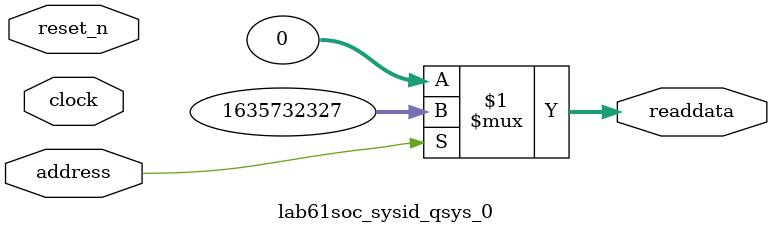
<source format=v>



// synthesis translate_off
`timescale 1ns / 1ps
// synthesis translate_on

// turn off superfluous verilog processor warnings 
// altera message_level Level1 
// altera message_off 10034 10035 10036 10037 10230 10240 10030 

module lab61soc_sysid_qsys_0 (
               // inputs:
                address,
                clock,
                reset_n,

               // outputs:
                readdata
             )
;

  output  [ 31: 0] readdata;
  input            address;
  input            clock;
  input            reset_n;

  wire    [ 31: 0] readdata;
  //control_slave, which is an e_avalon_slave
  assign readdata = address ? 1635732327 : 0;

endmodule



</source>
